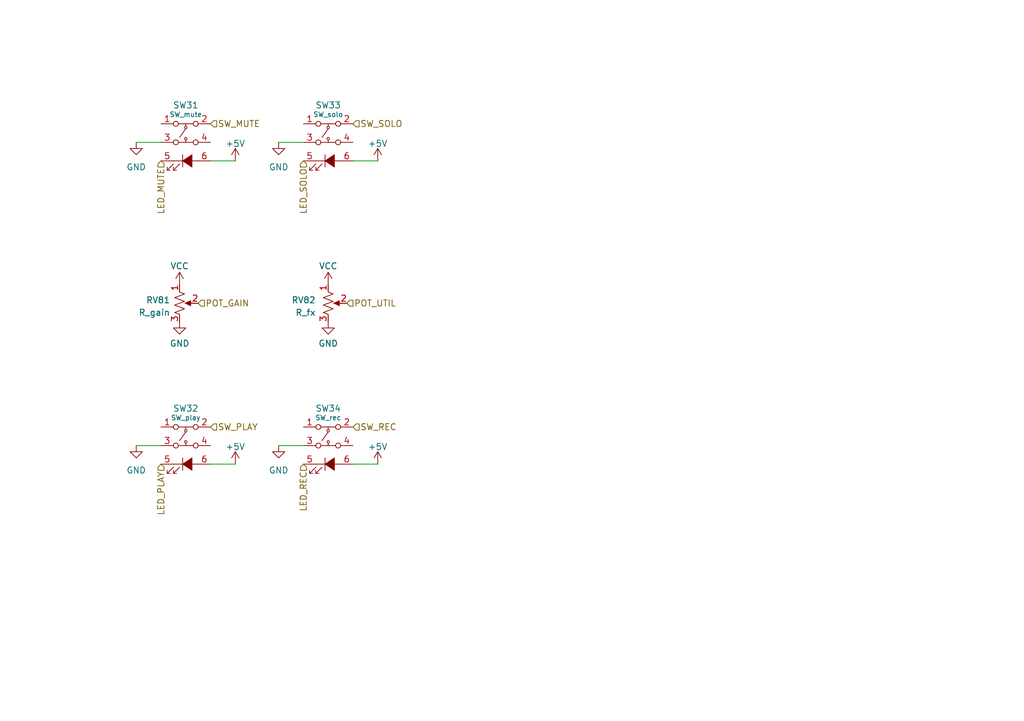
<source format=kicad_sch>
(kicad_sch (version 20210406) (generator eeschema)
  (paper "A5")
  (lib_symbols
    (symbol "Device:R_Potentiometer_US" (pin_names (offset 1.016) hide)
      (property "Reference" "RV" (at -4.445 0 90))
      (property "Value" "R_Potentiometer_US" (at -2.54 0 90))
      (symbol "R_Potentiometer_US_0_1"
        (polyline (pts (xy 0 -2.286) (xy 0 -2.54)))
        (polyline (pts (xy 0 2.54) (xy 0 2.286)))
        (polyline (pts (xy 2.54 0) (xy 1.524 0)))
        (polyline (pts (xy 0 -0.762) (xy 1.016 -1.143) (xy 0 -1.524) (xy -1.016 -1.905) (xy 0 -2.286)))
        (polyline (pts (xy 0 0.762) (xy 1.016 0.381) (xy 0 0) (xy -1.016 -0.381) (xy 0 -0.762)))
        (polyline (pts (xy 0 2.286) (xy 1.016 1.905) (xy 0 1.524) (xy -1.016 1.143) (xy 0 0.762)))
        (polyline (pts (xy 1.143 0) (xy 2.286 0.508) (xy 2.286 -0.508) (xy 1.143 0)) (fill (type outline)))
      )
      (symbol "R_Potentiometer_US_1_1"
        (pin passive line (at 0 3.81 270) (length 1.27) (name "1") (number "1"))
        (pin passive line (at 3.81 0 180) (length 1.27) (name "2") (number "2"))
        (pin passive line (at 0 -3.81 90) (length 1.27) (name "3") (number "3"))
      )
    )
    (symbol "my_projects_new:SW_LED_6P" (pin_names (offset 1.016) hide)
      (property "Reference" "SW?" (at 0 8.128 0))
      (property "Value" "SW_LED_6P" (at 0 6.096 0))
      (symbol "SW_LED_6P_0_0"
        (polyline (pts (xy -3.81 -5.715) (xy -2.54 -4.445)))
        (polyline (pts (xy -2.54 -5.715) (xy -1.27 -4.445)))
        (polyline (pts (xy -2.54 -3.81) (xy 2.54 -3.81)))
        (polyline (pts (xy -0.635 -2.54) (xy -0.635 -5.08)))
        (polyline (pts (xy -3.81 -5.08) (xy -3.81 -5.715) (xy -3.175 -5.715)))
        (polyline (pts (xy -2.54 -5.08) (xy -2.54 -5.715) (xy -1.905 -5.715)))
        (polyline (pts (xy -0.635 -3.81) (xy 1.27 -2.54) (xy 1.27 -5.08) (xy -0.635 -3.81)) (fill (type outline)))
      )
      (symbol "SW_LED_6P_0_1"
        (circle (center -2.032 0) (radius 0.508))
        (circle (center -2.032 3.81) (radius 0.508))
        (circle (center 0 0.762) (radius 0.254))
        (circle (center 0 3.048) (radius 0.254))
        (circle (center 2.032 0) (radius 0.508))
        (circle (center 2.032 3.81) (radius 0.508))
        (polyline (pts (xy -1.524 0) (xy 1.524 0)) (stroke (width 0.1524)))
        (polyline (pts (xy 0 0.508) (xy 0 0)) (stroke (width 0.1524)))
        (polyline (pts (xy 0 2.794) (xy -1.27 1.016)))
        (polyline (pts (xy 0 3.302) (xy 0 3.81)) (stroke (width 0.1524)))
        (polyline (pts (xy 1.524 3.81) (xy -1.524 3.81)) (stroke (width 0.1524)))
        (pin passive line (at -5.08 3.81 0) (length 2.54) (name "1") (number "1"))
        (pin passive line (at 5.08 3.81 180) (length 2.54) (name "2") (number "2"))
        (pin passive line (at -5.08 0 0) (length 2.54) (name "3") (number "3"))
        (pin passive line (at 5.08 0 180) (length 2.54) (name "4") (number "4"))
        (pin passive line (at -5.08 -3.81 0) (length 2.54) (name "5") (number "5"))
        (pin passive line (at 5.08 -3.81 180) (length 2.54) (name "6") (number "6"))
      )
    )
    (symbol "power:+5V" (power) (pin_names (offset 0))
      (property "Value" "+5V" (at 0 3.556 0))
      (symbol "+5V_0_1"
        (polyline (pts (xy -0.762 1.27) (xy 0 2.54)))
        (polyline (pts (xy 0 0) (xy 0 2.54)))
        (polyline (pts (xy 0 2.54) (xy 0.762 1.27)))
      )
      (symbol "+5V_1_1"
        (pin power_in line (at 0 0 90) (length 0) hide (name "+5V") (number "1"))
      )
    )
    (symbol "power:GND" (power) (pin_names (offset 0))
      (property "Value" "GND" (at 0 -3.81 0))
      (symbol "GND_0_1"
        (polyline (pts (xy 0 0) (xy 0 -1.27) (xy 1.27 -1.27) (xy 0 -2.54) (xy -1.27 -1.27) (xy 0 -1.27)))
      )
      (symbol "GND_1_1"
        (pin power_in line (at 0 0 270) (length 0) hide (name "GND") (number "1"))
      )
    )
    (symbol "power:VCC" (power) (pin_names (offset 0))
      (property "Value" "VCC" (at 0 3.81 0))
      (symbol "VCC_0_1"
        (polyline (pts (xy -0.762 1.27) (xy 0 2.54)))
        (polyline (pts (xy 0 0) (xy 0 2.54)))
        (polyline (pts (xy 0 2.54) (xy 0.762 1.27)))
      )
      (symbol "VCC_1_1"
        (pin power_in line (at 0 0 90) (length 0) hide (name "VCC") (number "1"))
      )
    )
  )
  (wire (pts (xy 27.94 29.21) (xy 33.02 29.21)))
  (wire (pts (xy 27.94 91.44) (xy 33.02 91.44)))
  (wire (pts (xy 43.18 33.02) (xy 48.26 33.02)))
  (wire (pts (xy 43.18 95.25) (xy 48.26 95.25)))
  (wire (pts (xy 57.15 29.21) (xy 62.23 29.21)))
  (wire (pts (xy 57.15 91.44) (xy 62.23 91.44)))
  (wire (pts (xy 72.39 33.02) (xy 77.47 33.02)))
  (wire (pts (xy 72.39 95.25) (xy 77.47 95.25)))
  (hierarchical_label "LED_MUTE" (shape input) (at 33.02 33.02 270))
  (hierarchical_label "LED_PLAY" (shape input) (at 33.02 95.25 270))
  (hierarchical_label "POT_GAIN" (shape input) (at 40.64 62.23 0))
  (hierarchical_label "SW_MUTE" (shape input) (at 43.18 25.4 0))
  (hierarchical_label "SW_PLAY" (shape input) (at 43.18 87.63 0))
  (hierarchical_label "LED_SOLO" (shape input) (at 62.23 33.02 270))
  (hierarchical_label "LED_REC" (shape input) (at 62.23 95.25 270))
  (hierarchical_label "POT_UTIL" (shape input) (at 71.12 62.23 0))
  (hierarchical_label "SW_SOLO" (shape input) (at 72.39 25.4 0))
  (hierarchical_label "SW_REC" (shape input) (at 72.39 87.63 0))
  (symbol (lib_id "power:VCC") (at 36.83 58.42 0)
    (property "Reference" "#PWR0213" (effects hide))
    (property "Value" "VCC" (at 36.83 54.61 0))
  )
  (symbol (lib_id "power:+5V") (at 48.26 33.02 0)
    (property "Reference" "#PWR0218" (effects hide))
    (property "Value" "+2V5" (at 48.26 29.464 0))
  )
  (symbol (lib_id "power:+5V") (at 48.26 95.25 0)
    (property "Reference" "#PWR0220" (effects hide))
    (property "Value" "+2V5" (at 48.26 91.694 0))
  )
  (symbol (lib_id "power:VCC") (at 67.31 58.42 0)
    (property "Reference" "#PWR0223" (effects hide))
    (property "Value" "VCC" (at 67.31 54.61 0))
  )
  (symbol (lib_id "power:+5V") (at 77.47 33.02 0)
    (property "Reference" "#PWR0217" (effects hide))
    (property "Value" "+2V5" (at 77.47 29.464 0))
  )
  (symbol (lib_id "power:+5V") (at 77.47 95.25 0)
    (property "Reference" "#PWR0221" (effects hide))
    (property "Value" "+2V5" (at 77.47 91.694 0))
  )
  (symbol (lib_id "power:GND") (at 27.94 29.21 0)
    (property "Reference" "#PWR0214" (effects hide))
    (property "Value" "GND" (at 27.94 34.29 0))
  )
  (symbol (lib_id "power:GND") (at 27.94 91.44 0)
    (property "Reference" "#PWR0215" (effects hide))
    (property "Value" "GND" (at 27.94 96.52 0))
  )
  (symbol (lib_id "power:GND") (at 36.83 66.04 0)
    (property "Reference" "#PWR0222" (effects hide))
    (property "Value" "GND" (at 36.83 70.485 0))
  )
  (symbol (lib_id "power:GND") (at 57.15 29.21 0)
    (property "Reference" "#PWR0216" (effects hide))
    (property "Value" "GND" (at 57.15 34.29 0))
  )
  (symbol (lib_id "power:GND") (at 57.15 91.44 0)
    (property "Reference" "#PWR0219" (effects hide))
    (property "Value" "GND" (at 57.15 96.52 0))
  )
  (symbol (lib_id "power:GND") (at 67.31 66.04 0)
    (property "Reference" "#PWR0224" (effects hide))
    (property "Value" "GND" (at 67.31 70.485 0))
  )
  (symbol (lib_id "Device:R_Potentiometer_US") (at 36.83 62.23 0)
    (property "Reference" "RV81" (at 34.925 61.5949 0) (effects (justify right)))
    (property "Value" "R_gain" (at 34.925 64.1349 0) (effects (justify right)))
    (property "Footprint" "my_footprints:pot_slide_alpha_RA6020F" (effects hide))
  )
  (symbol (lib_id "Device:R_Potentiometer_US") (at 67.31 62.23 0)
    (property "Reference" "RV82" (at 64.77 61.5949 0) (effects (justify right)))
    (property "Value" "R_fx" (at 64.77 64.1349 0) (effects (justify right)))
    (property "Footprint" "my_footprints:Potentiometer_TaydaRV9312_Alpha901F_AlpsRK09L" (effects hide))
  )
  (symbol (lib_id "my_projects_new:SW_LED_6P") (at 38.1 29.21 0)
    (property "Reference" "SW31" (at 38.1 21.59 0))
    (property "Value" "SW_mute" (at 38.1 23.495 0) (effects (font (size 1 1))))
    (property "Footprint" "my_footprints:Switch_button_LED_SPST_TS5_9.2mm" (effects hide))
  )
  (symbol (lib_id "my_projects_new:SW_LED_6P") (at 38.1 91.44 0)
    (property "Reference" "SW32" (at 38.1 83.82 0))
    (property "Value" "SW_play" (at 38.1 85.725 0) (effects (font (size 1 1))))
    (property "Footprint" "my_footprints:Switch_button_LED_SPST_TS5_9.2mm" (effects hide))
  )
  (symbol (lib_id "my_projects_new:SW_LED_6P") (at 67.31 29.21 0)
    (property "Reference" "SW33" (at 67.31 21.59 0))
    (property "Value" "SW_solo" (at 67.31 23.495 0) (effects (font (size 1 1))))
    (property "Footprint" "my_footprints:Switch_button_LED_SPST_TS5_9.2mm" (effects hide))
  )
  (symbol (lib_id "my_projects_new:SW_LED_6P") (at 67.31 91.44 0)
    (property "Reference" "SW34" (at 67.31 83.82 0))
    (property "Value" "SW_rec" (at 67.31 85.725 0) (effects (font (size 1 1))))
    (property "Footprint" "my_footprints:Switch_button_LED_SPST_TS5_9.2mm" (effects hide))
  )
)
</source>
